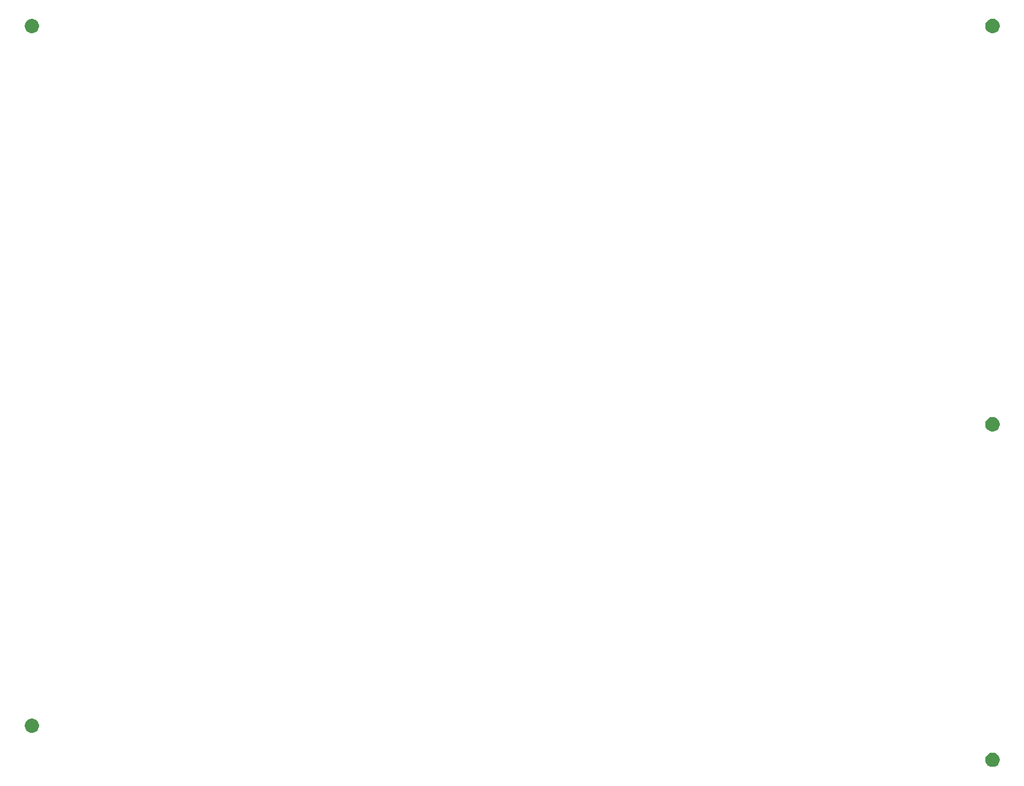
<source format=gbs>
G04 #@! TF.GenerationSoftware,KiCad,Pcbnew,(5.1.5-0-10_14)*
G04 #@! TF.CreationDate,2020-04-19T15:56:36+09:00*
G04 #@! TF.ProjectId,colice_pcb_left_bottom,636f6c69-6365-45f7-9063-625f6c656674,rev?*
G04 #@! TF.SameCoordinates,Original*
G04 #@! TF.FileFunction,Soldermask,Bot*
G04 #@! TF.FilePolarity,Negative*
%FSLAX46Y46*%
G04 Gerber Fmt 4.6, Leading zero omitted, Abs format (unit mm)*
G04 Created by KiCad (PCBNEW (5.1.5-0-10_14)) date 2020-04-19 15:56:36*
%MOMM*%
%LPD*%
G04 APERTURE LIST*
%ADD10C,0.100000*%
G04 APERTURE END LIST*
D10*
G36*
X177290241Y-144052871D02*
G01*
X177495159Y-144137751D01*
X177495161Y-144137752D01*
X177679583Y-144260979D01*
X177836421Y-144417817D01*
X177836422Y-144417819D01*
X177959649Y-144602241D01*
X178044529Y-144807159D01*
X178087800Y-145024697D01*
X178087800Y-145246503D01*
X178044529Y-145464041D01*
X177959649Y-145668959D01*
X177959648Y-145668961D01*
X177836421Y-145853383D01*
X177679583Y-146010221D01*
X177495161Y-146133448D01*
X177495160Y-146133449D01*
X177495159Y-146133449D01*
X177290241Y-146218329D01*
X177072703Y-146261600D01*
X176850897Y-146261600D01*
X176633359Y-146218329D01*
X176428441Y-146133449D01*
X176428440Y-146133449D01*
X176428439Y-146133448D01*
X176244017Y-146010221D01*
X176087179Y-145853383D01*
X175963952Y-145668961D01*
X175963951Y-145668959D01*
X175879071Y-145464041D01*
X175835800Y-145246503D01*
X175835800Y-145024697D01*
X175879071Y-144807159D01*
X175963951Y-144602241D01*
X176087178Y-144417819D01*
X176087179Y-144417817D01*
X176244017Y-144260979D01*
X176428439Y-144137752D01*
X176428441Y-144137751D01*
X176633359Y-144052871D01*
X176850897Y-144009600D01*
X177072703Y-144009600D01*
X177290241Y-144052871D01*
G37*
G36*
X25664941Y-138668071D02*
G01*
X25869859Y-138752951D01*
X25869861Y-138752952D01*
X26054283Y-138876179D01*
X26211121Y-139033017D01*
X26211122Y-139033019D01*
X26334349Y-139217441D01*
X26419229Y-139422359D01*
X26462500Y-139639897D01*
X26462500Y-139861703D01*
X26419229Y-140079241D01*
X26334349Y-140284159D01*
X26334348Y-140284161D01*
X26211121Y-140468583D01*
X26054283Y-140625421D01*
X25869861Y-140748648D01*
X25869860Y-140748649D01*
X25869859Y-140748649D01*
X25664941Y-140833529D01*
X25447403Y-140876800D01*
X25225597Y-140876800D01*
X25008059Y-140833529D01*
X24803141Y-140748649D01*
X24803140Y-140748649D01*
X24803139Y-140748648D01*
X24618717Y-140625421D01*
X24461879Y-140468583D01*
X24338652Y-140284161D01*
X24338651Y-140284159D01*
X24253771Y-140079241D01*
X24210500Y-139861703D01*
X24210500Y-139639897D01*
X24253771Y-139422359D01*
X24338651Y-139217441D01*
X24461878Y-139033019D01*
X24461879Y-139033017D01*
X24618717Y-138876179D01*
X24803139Y-138752952D01*
X24803141Y-138752951D01*
X25008059Y-138668071D01*
X25225597Y-138624800D01*
X25447403Y-138624800D01*
X25664941Y-138668071D01*
G37*
G36*
X177290241Y-91055771D02*
G01*
X177495159Y-91140651D01*
X177495161Y-91140652D01*
X177679583Y-91263879D01*
X177836421Y-91420717D01*
X177836422Y-91420719D01*
X177959649Y-91605141D01*
X178044529Y-91810059D01*
X178087800Y-92027597D01*
X178087800Y-92249403D01*
X178044529Y-92466941D01*
X177959649Y-92671859D01*
X177959648Y-92671861D01*
X177836421Y-92856283D01*
X177679583Y-93013121D01*
X177495161Y-93136348D01*
X177495160Y-93136349D01*
X177495159Y-93136349D01*
X177290241Y-93221229D01*
X177072703Y-93264500D01*
X176850897Y-93264500D01*
X176633359Y-93221229D01*
X176428441Y-93136349D01*
X176428440Y-93136349D01*
X176428439Y-93136348D01*
X176244017Y-93013121D01*
X176087179Y-92856283D01*
X175963952Y-92671861D01*
X175963951Y-92671859D01*
X175879071Y-92466941D01*
X175835800Y-92249403D01*
X175835800Y-92027597D01*
X175879071Y-91810059D01*
X175963951Y-91605141D01*
X176087178Y-91420719D01*
X176087179Y-91420717D01*
X176244017Y-91263879D01*
X176428439Y-91140652D01*
X176428441Y-91140651D01*
X176633359Y-91055771D01*
X176850897Y-91012500D01*
X177072703Y-91012500D01*
X177290241Y-91055771D01*
G37*
G36*
X25664941Y-28165371D02*
G01*
X25869859Y-28250251D01*
X25869861Y-28250252D01*
X26054283Y-28373479D01*
X26211121Y-28530317D01*
X26211122Y-28530319D01*
X26334349Y-28714741D01*
X26419229Y-28919659D01*
X26462500Y-29137197D01*
X26462500Y-29359003D01*
X26419229Y-29576541D01*
X26334349Y-29781459D01*
X26334348Y-29781461D01*
X26211121Y-29965883D01*
X26054283Y-30122721D01*
X25869861Y-30245948D01*
X25869860Y-30245949D01*
X25869859Y-30245949D01*
X25664941Y-30330829D01*
X25447403Y-30374100D01*
X25225597Y-30374100D01*
X25008059Y-30330829D01*
X24803141Y-30245949D01*
X24803140Y-30245949D01*
X24803139Y-30245948D01*
X24618717Y-30122721D01*
X24461879Y-29965883D01*
X24338652Y-29781461D01*
X24338651Y-29781459D01*
X24253771Y-29576541D01*
X24210500Y-29359003D01*
X24210500Y-29137197D01*
X24253771Y-28919659D01*
X24338651Y-28714741D01*
X24461878Y-28530319D01*
X24461879Y-28530317D01*
X24618717Y-28373479D01*
X24803139Y-28250252D01*
X24803141Y-28250251D01*
X25008059Y-28165371D01*
X25225597Y-28122100D01*
X25447403Y-28122100D01*
X25664941Y-28165371D01*
G37*
G36*
X177290241Y-28152671D02*
G01*
X177495159Y-28237551D01*
X177495161Y-28237552D01*
X177679583Y-28360779D01*
X177836421Y-28517617D01*
X177836422Y-28517619D01*
X177959649Y-28702041D01*
X178044529Y-28906959D01*
X178087800Y-29124497D01*
X178087800Y-29346303D01*
X178044529Y-29563841D01*
X178039268Y-29576541D01*
X177959648Y-29768761D01*
X177836421Y-29953183D01*
X177679583Y-30110021D01*
X177495161Y-30233248D01*
X177495160Y-30233249D01*
X177495159Y-30233249D01*
X177290241Y-30318129D01*
X177072703Y-30361400D01*
X176850897Y-30361400D01*
X176633359Y-30318129D01*
X176428441Y-30233249D01*
X176428440Y-30233249D01*
X176428439Y-30233248D01*
X176244017Y-30110021D01*
X176087179Y-29953183D01*
X175963952Y-29768761D01*
X175884332Y-29576541D01*
X175879071Y-29563841D01*
X175835800Y-29346303D01*
X175835800Y-29124497D01*
X175879071Y-28906959D01*
X175963951Y-28702041D01*
X176087178Y-28517619D01*
X176087179Y-28517617D01*
X176244017Y-28360779D01*
X176428439Y-28237552D01*
X176428441Y-28237551D01*
X176633359Y-28152671D01*
X176850897Y-28109400D01*
X177072703Y-28109400D01*
X177290241Y-28152671D01*
G37*
M02*

</source>
